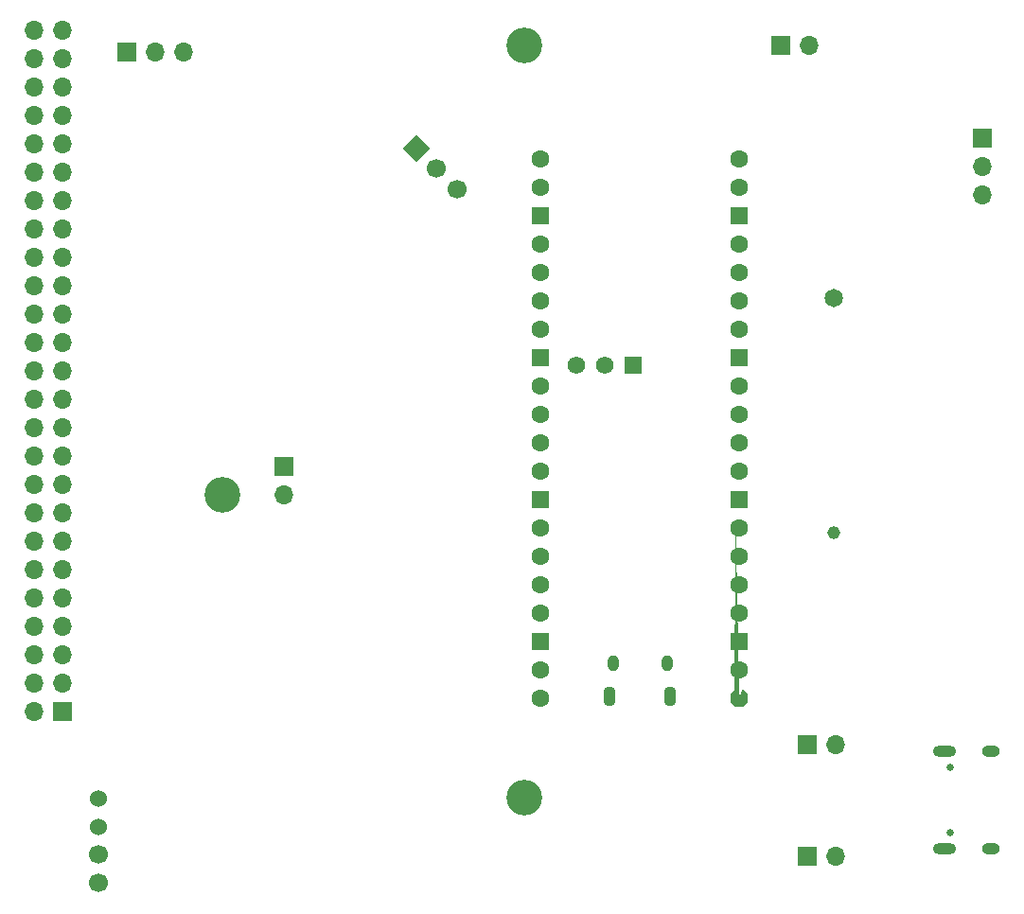
<source format=gbr>
%TF.GenerationSoftware,KiCad,Pcbnew,6.0.5-a6ca702e91~116~ubuntu21.10.1*%
%TF.CreationDate,2023-10-13T08:30:05-06:00*%
%TF.ProjectId,Desktop_50_Pin_TopConn,4465736b-746f-4705-9f35-305f50696e5f,rev?*%
%TF.SameCoordinates,Original*%
%TF.FileFunction,Soldermask,Bot*%
%TF.FilePolarity,Negative*%
%FSLAX46Y46*%
G04 Gerber Fmt 4.6, Leading zero omitted, Abs format (unit mm)*
G04 Created by KiCad (PCBNEW 6.0.5-a6ca702e91~116~ubuntu21.10.1) date 2023-10-13 08:30:05*
%MOMM*%
%LPD*%
G01*
G04 APERTURE LIST*
G04 Aperture macros list*
%AMRoundRect*
0 Rectangle with rounded corners*
0 $1 Rounding radius*
0 $2 $3 $4 $5 $6 $7 $8 $9 X,Y pos of 4 corners*
0 Add a 4 corners polygon primitive as box body*
4,1,4,$2,$3,$4,$5,$6,$7,$8,$9,$2,$3,0*
0 Add four circle primitives for the rounded corners*
1,1,$1+$1,$2,$3*
1,1,$1+$1,$4,$5*
1,1,$1+$1,$6,$7*
1,1,$1+$1,$8,$9*
0 Add four rect primitives between the rounded corners*
20,1,$1+$1,$2,$3,$4,$5,0*
20,1,$1+$1,$4,$5,$6,$7,0*
20,1,$1+$1,$6,$7,$8,$9,0*
20,1,$1+$1,$8,$9,$2,$3,0*%
%AMHorizOval*
0 Thick line with rounded ends*
0 $1 width*
0 $2 $3 position (X,Y) of the first rounded end (center of the circle)*
0 $4 $5 position (X,Y) of the second rounded end (center of the circle)*
0 Add line between two ends*
20,1,$1,$2,$3,$4,$5,0*
0 Add two circle primitives to create the rounded ends*
1,1,$1,$2,$3*
1,1,$1,$4,$5*%
%AMRotRect*
0 Rectangle, with rotation*
0 The origin of the aperture is its center*
0 $1 length*
0 $2 width*
0 $3 Rotation angle, in degrees counterclockwise*
0 Add horizontal line*
21,1,$1,$2,0,0,$3*%
%AMFreePoly0*
4,1,57,0.281438,0.792513,0.314631,0.788760,0.324366,0.782642,0.335575,0.780064,0.361670,0.759195,0.389950,0.741421,0.741668,0.389704,0.759398,0.361385,0.780215,0.335261,0.782772,0.324050,0.788875,0.314303,0.792571,0.281098,0.800000,0.248529,0.800000,-0.248878,0.792513,-0.281438,0.788760,-0.314632,0.782641,-0.324367,0.780064,-0.335575,0.759196,-0.361669,0.741421,-0.389950,
0.389704,-0.741668,0.361385,-0.759398,0.335261,-0.780215,0.324050,-0.782772,0.314303,-0.788875,0.281098,-0.792571,0.248529,-0.800000,-0.248878,-0.800000,-0.281438,-0.792513,-0.314632,-0.788760,-0.324367,-0.782641,-0.335575,-0.780064,-0.361669,-0.759196,-0.389950,-0.741421,-0.741668,-0.389704,-0.759398,-0.361385,-0.780215,-0.335261,-0.782772,-0.324050,-0.788875,-0.314303,-0.792571,-0.281098,
-0.800000,-0.248529,-0.800000,0.248878,-0.792513,0.281438,-0.788760,0.314631,-0.782642,0.324366,-0.780064,0.335575,-0.759195,0.361670,-0.741421,0.389950,-0.389704,0.741668,-0.361385,0.759398,-0.335261,0.780215,-0.324050,0.782772,-0.314303,0.788875,-0.281098,0.792571,-0.248529,0.800000,0.248878,0.800000,0.281438,0.792513,0.281438,0.792513,$1*%
G04 Aperture macros list end*
%ADD10C,1.700000*%
%ADD11C,1.524000*%
%ADD12C,1.150000*%
%ADD13C,1.650000*%
%ADD14R,1.700000X1.700000*%
%ADD15O,1.700000X1.700000*%
%ADD16C,0.650000*%
%ADD17O,2.100000X1.000000*%
%ADD18O,1.600000X1.000000*%
%ADD19C,3.200000*%
%ADD20RotRect,1.700000X1.700000X45.000000*%
%ADD21HorizOval,1.700000X0.000000X0.000000X0.000000X0.000000X0*%
%ADD22O,1.100000X1.800000*%
%ADD23O,1.050000X1.450000*%
%ADD24FreePoly0,180.000000*%
%ADD25C,1.600000*%
%ADD26RoundRect,0.200000X0.600000X0.600000X-0.600000X0.600000X-0.600000X-0.600000X0.600000X-0.600000X0*%
%ADD27R,1.574800X1.574800*%
%ADD28C,1.574800*%
G04 APERTURE END LIST*
D10*
%TO.C,J3*%
X112062500Y-144765400D03*
X112062500Y-142265400D03*
D11*
X112062500Y-139765400D03*
X112062500Y-137265400D03*
%TD*%
D12*
%TO.C,SD1*%
X177811080Y-113415780D03*
D13*
X177811080Y-92415780D03*
%TD*%
D14*
%TO.C,J1*%
X114604800Y-70459600D03*
D15*
X117144800Y-70459600D03*
X119684800Y-70459600D03*
%TD*%
D14*
%TO.C,J2*%
X108813600Y-129484200D03*
D15*
X106273600Y-129484200D03*
X108813600Y-126944200D03*
X106273600Y-126944200D03*
X108813600Y-124404200D03*
X106273600Y-124404200D03*
X108813600Y-121864200D03*
X106273600Y-121864200D03*
X108813600Y-119324200D03*
X106273600Y-119324200D03*
X108813600Y-116784200D03*
X106273600Y-116784200D03*
X108813600Y-114244200D03*
X106273600Y-114244200D03*
X108813600Y-111704200D03*
X106273600Y-111704200D03*
X108813600Y-109164200D03*
X106273600Y-109164200D03*
X108813600Y-106624200D03*
X106273600Y-106624200D03*
X108813600Y-104084200D03*
X106273600Y-104084200D03*
X108813600Y-101544200D03*
X106273600Y-101544200D03*
X108813600Y-99004200D03*
X106273600Y-99004200D03*
X108813600Y-96464200D03*
X106273600Y-96464200D03*
X108813600Y-93924200D03*
X106273600Y-93924200D03*
X108813600Y-91384200D03*
X106273600Y-91384200D03*
X108813600Y-88844200D03*
X106273600Y-88844200D03*
X108813600Y-86304200D03*
X106273600Y-86304200D03*
X108813600Y-83764200D03*
X106273600Y-83764200D03*
X108813600Y-81224200D03*
X106273600Y-81224200D03*
X108813600Y-78684200D03*
X106273600Y-78684200D03*
X108813600Y-76144200D03*
X106273600Y-76144200D03*
X108813600Y-73604200D03*
X106273600Y-73604200D03*
X108813600Y-71064200D03*
X106273600Y-71064200D03*
X108813600Y-68524200D03*
X106273600Y-68524200D03*
%TD*%
D14*
%TO.C,J5*%
X191084200Y-78105000D03*
D15*
X191084200Y-80645000D03*
X191084200Y-83185000D03*
%TD*%
D14*
%TO.C,J11*%
X128676400Y-107492800D03*
D15*
X128676400Y-110032800D03*
%TD*%
D16*
%TO.C,J4*%
X188230200Y-134473200D03*
X188230200Y-140253200D03*
D17*
X187700200Y-133043200D03*
D18*
X191880200Y-133043200D03*
X191880200Y-141683200D03*
D17*
X187700200Y-141683200D03*
%TD*%
D14*
%TO.C,J9*%
X175488600Y-142435600D03*
D15*
X178028600Y-142435600D03*
%TD*%
D19*
%TO.C,H3*%
X150164800Y-137109200D03*
%TD*%
%TO.C,H1*%
X123139200Y-110032800D03*
%TD*%
D14*
%TO.C,J8*%
X175488600Y-132435600D03*
D15*
X178028600Y-132435600D03*
%TD*%
D14*
%TO.C,J7*%
X173075600Y-69799200D03*
D15*
X175615600Y-69799200D03*
%TD*%
D20*
%TO.C,J10*%
X140505355Y-79088155D03*
D21*
X142301406Y-80884206D03*
X144097457Y-82680257D03*
%TD*%
D22*
%TO.C,RP1*%
X157767600Y-128126200D03*
D23*
X162917600Y-125096200D03*
D22*
X163217600Y-128126200D03*
D23*
X158067600Y-125096200D03*
D24*
X169382600Y-128256200D03*
D25*
X169382600Y-125716200D03*
D26*
X169382600Y-123176200D03*
D25*
X169382600Y-120636200D03*
X169382600Y-118096200D03*
X169382600Y-115556200D03*
X169382600Y-113016200D03*
D26*
X169382600Y-110476200D03*
D25*
X169382600Y-107936200D03*
X169382600Y-105396200D03*
X169382600Y-102856200D03*
X169382600Y-100316200D03*
D26*
X169382600Y-97776200D03*
D25*
X169382600Y-95236200D03*
X169382600Y-92696200D03*
X169382600Y-90156200D03*
X169382600Y-87616200D03*
D26*
X169382600Y-85076200D03*
D25*
X169382600Y-82536200D03*
X169382600Y-79996200D03*
X151602600Y-79996200D03*
X151602600Y-82536200D03*
D26*
X151602600Y-85076200D03*
D25*
X151602600Y-87616200D03*
X151602600Y-90156200D03*
X151602600Y-92696200D03*
X151602600Y-95236200D03*
D26*
X151602600Y-97776200D03*
D25*
X151602600Y-100316200D03*
X151602600Y-102856200D03*
X151602600Y-105396200D03*
X151602600Y-107936200D03*
D26*
X151602600Y-110476200D03*
D25*
X151602600Y-113016200D03*
X151602600Y-115556200D03*
X151602600Y-118096200D03*
X151602600Y-120636200D03*
D26*
X151602600Y-123176200D03*
D25*
X151602600Y-125716200D03*
X151602600Y-128256200D03*
D27*
X159908400Y-98426200D03*
D28*
X157368400Y-98426200D03*
X154828400Y-98426200D03*
%TD*%
D19*
%TO.C,H2*%
X150164800Y-69799200D03*
%TD*%
M02*

</source>
